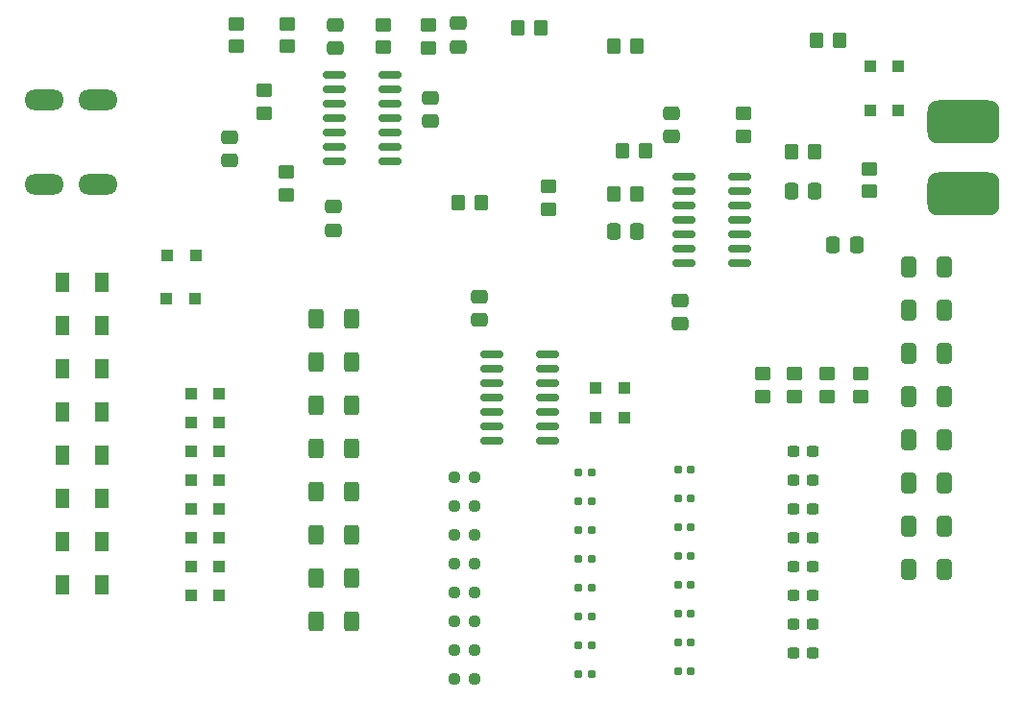
<source format=gbr>
%TF.GenerationSoftware,KiCad,Pcbnew,(6.0.5)*%
%TF.CreationDate,2022-08-10T18:54:24-07:00*%
%TF.ProjectId,AlpenglowSMTGarden,416c7065-6e67-46c6-9f77-534d54476172,rev?*%
%TF.SameCoordinates,Original*%
%TF.FileFunction,Paste,Bot*%
%TF.FilePolarity,Positive*%
%FSLAX46Y46*%
G04 Gerber Fmt 4.6, Leading zero omitted, Abs format (unit mm)*
G04 Created by KiCad (PCBNEW (6.0.5)) date 2022-08-10 18:54:24*
%MOMM*%
%LPD*%
G01*
G04 APERTURE LIST*
G04 Aperture macros list*
%AMRoundRect*
0 Rectangle with rounded corners*
0 $1 Rounding radius*
0 $2 $3 $4 $5 $6 $7 $8 $9 X,Y pos of 4 corners*
0 Add a 4 corners polygon primitive as box body*
4,1,4,$2,$3,$4,$5,$6,$7,$8,$9,$2,$3,0*
0 Add four circle primitives for the rounded corners*
1,1,$1+$1,$2,$3*
1,1,$1+$1,$4,$5*
1,1,$1+$1,$6,$7*
1,1,$1+$1,$8,$9*
0 Add four rect primitives between the rounded corners*
20,1,$1+$1,$2,$3,$4,$5,0*
20,1,$1+$1,$4,$5,$6,$7,0*
20,1,$1+$1,$6,$7,$8,$9,0*
20,1,$1+$1,$8,$9,$2,$3,0*%
G04 Aperture macros list end*
%ADD10O,3.500000X1.800000*%
%ADD11RoundRect,0.250000X-0.450000X0.350000X-0.450000X-0.350000X0.450000X-0.350000X0.450000X0.350000X0*%
%ADD12RoundRect,0.237500X0.300000X0.237500X-0.300000X0.237500X-0.300000X-0.237500X0.300000X-0.237500X0*%
%ADD13R,1.000000X1.000000*%
%ADD14RoundRect,0.155000X0.212500X0.155000X-0.212500X0.155000X-0.212500X-0.155000X0.212500X-0.155000X0*%
%ADD15RoundRect,0.250000X-0.475000X0.337500X-0.475000X-0.337500X0.475000X-0.337500X0.475000X0.337500X0*%
%ADD16RoundRect,0.250000X0.450000X-0.350000X0.450000X0.350000X-0.450000X0.350000X-0.450000X-0.350000X0*%
%ADD17RoundRect,0.237500X0.250000X0.237500X-0.250000X0.237500X-0.250000X-0.237500X0.250000X-0.237500X0*%
%ADD18RoundRect,0.250000X0.412500X0.650000X-0.412500X0.650000X-0.412500X-0.650000X0.412500X-0.650000X0*%
%ADD19RoundRect,0.250000X0.400000X0.625000X-0.400000X0.625000X-0.400000X-0.625000X0.400000X-0.625000X0*%
%ADD20RoundRect,0.150000X0.825000X0.150000X-0.825000X0.150000X-0.825000X-0.150000X0.825000X-0.150000X0*%
%ADD21RoundRect,0.160000X0.197500X0.160000X-0.197500X0.160000X-0.197500X-0.160000X0.197500X-0.160000X0*%
%ADD22RoundRect,0.250000X-0.337500X-0.475000X0.337500X-0.475000X0.337500X0.475000X-0.337500X0.475000X0*%
%ADD23R,1.300000X1.700000*%
%ADD24RoundRect,0.952500X2.222500X0.952500X-2.222500X0.952500X-2.222500X-0.952500X2.222500X-0.952500X0*%
%ADD25RoundRect,0.250000X0.475000X-0.337500X0.475000X0.337500X-0.475000X0.337500X-0.475000X-0.337500X0*%
%ADD26RoundRect,0.250000X-0.350000X-0.450000X0.350000X-0.450000X0.350000X0.450000X-0.350000X0.450000X0*%
%ADD27RoundRect,0.250000X0.337500X0.475000X-0.337500X0.475000X-0.337500X-0.475000X0.337500X-0.475000X0*%
%ADD28RoundRect,0.250000X0.350000X0.450000X-0.350000X0.450000X-0.350000X-0.450000X0.350000X-0.450000X0*%
G04 APERTURE END LIST*
D10*
%TO.C,J1*%
X118302999Y-56546998D03*
X123052999Y-63946996D03*
X118302999Y-63946996D03*
X123052999Y-56546998D03*
%TD*%
D11*
%TO.C,R21*%
X179929646Y-57734780D03*
X179929646Y-59734780D03*
%TD*%
D12*
%TO.C,C22*%
X186055000Y-92583000D03*
X184330000Y-92583000D03*
%TD*%
D13*
%TO.C,D24*%
X193603000Y-53547000D03*
X191103000Y-53547000D03*
%TD*%
D14*
%TO.C,C28*%
X175319500Y-89154000D03*
X174184500Y-89154000D03*
%TD*%
D15*
%TO.C,C10*%
X143814800Y-65942300D03*
X143814800Y-68017300D03*
%TD*%
D13*
%TO.C,D23*%
X129052000Y-74041000D03*
X131552000Y-74041000D03*
%TD*%
%TO.C,D31*%
X131211000Y-92583000D03*
X133711000Y-92583000D03*
%TD*%
D16*
%TO.C,R2*%
X162788600Y-66151000D03*
X162788600Y-64151000D03*
%TD*%
D15*
%TO.C,C11*%
X134620000Y-59795500D03*
X134620000Y-61870500D03*
%TD*%
D17*
%TO.C,R40*%
X156233500Y-97409000D03*
X154408500Y-97409000D03*
%TD*%
D18*
%TO.C,C15*%
X197650500Y-82677000D03*
X194525500Y-82677000D03*
%TD*%
%TO.C,C14*%
X197650500Y-78867000D03*
X194525500Y-78867000D03*
%TD*%
D19*
%TO.C,R33*%
X145353000Y-91037000D03*
X142253000Y-91037000D03*
%TD*%
D17*
%TO.C,R42*%
X156233500Y-102489000D03*
X154408500Y-102489000D03*
%TD*%
D13*
%TO.C,D32*%
X131211000Y-95123000D03*
X133711000Y-95123000D03*
%TD*%
D19*
%TO.C,R32*%
X145353000Y-87227000D03*
X142253000Y-87227000D03*
%TD*%
D20*
%TO.C,U1*%
X179610646Y-63306780D03*
X179610646Y-64576780D03*
X179610646Y-65846780D03*
X179610646Y-67116780D03*
X179610646Y-68386780D03*
X179610646Y-69656780D03*
X179610646Y-70926780D03*
X174660646Y-70926780D03*
X174660646Y-69656780D03*
X174660646Y-68386780D03*
X174660646Y-67116780D03*
X174660646Y-65846780D03*
X174660646Y-64576780D03*
X174660646Y-63306780D03*
%TD*%
D11*
%TO.C,R28*%
X137668000Y-55692800D03*
X137668000Y-57692800D03*
%TD*%
D13*
%TO.C,D22*%
X166898000Y-84582000D03*
X169398000Y-84582000D03*
%TD*%
%TO.C,D27*%
X131211000Y-82423000D03*
X133711000Y-82423000D03*
%TD*%
%TO.C,D33*%
X131211000Y-97663000D03*
X133711000Y-97663000D03*
%TD*%
D21*
%TO.C,R48*%
X166586500Y-97028000D03*
X165391500Y-97028000D03*
%TD*%
%TO.C,R46*%
X166586500Y-91948000D03*
X165391500Y-91948000D03*
%TD*%
D22*
%TO.C,C2*%
X187811500Y-69342000D03*
X189886500Y-69342000D03*
%TD*%
D23*
%TO.C,D36*%
X119916000Y-76454000D03*
X123416000Y-76454000D03*
%TD*%
D18*
%TO.C,C12*%
X197650500Y-71247000D03*
X194525500Y-71247000D03*
%TD*%
D24*
%TO.C,J2*%
X199353000Y-58472000D03*
X199353000Y-64822000D03*
%TD*%
D12*
%TO.C,C24*%
X186055000Y-97663000D03*
X184330000Y-97663000D03*
%TD*%
D16*
%TO.C,R5*%
X190246000Y-82661000D03*
X190246000Y-80661000D03*
%TD*%
D23*
%TO.C,D37*%
X119916000Y-80264000D03*
X123416000Y-80264000D03*
%TD*%
D22*
%TO.C,C3*%
X184153900Y-64566800D03*
X186228900Y-64566800D03*
%TD*%
D21*
%TO.C,R49*%
X166586500Y-99568000D03*
X165391500Y-99568000D03*
%TD*%
D19*
%TO.C,R30*%
X145353000Y-79607000D03*
X142253000Y-79607000D03*
%TD*%
D25*
%TO.C,C7*%
X143941800Y-51964500D03*
X143941800Y-49889500D03*
%TD*%
D17*
%TO.C,R44*%
X156233500Y-107569000D03*
X154408500Y-107569000D03*
%TD*%
D12*
%TO.C,C25*%
X186055000Y-100203000D03*
X184330000Y-100203000D03*
%TD*%
D23*
%TO.C,D38*%
X119916000Y-84074000D03*
X123416000Y-84074000D03*
%TD*%
D12*
%TO.C,C26*%
X186055000Y-102743000D03*
X184330000Y-102743000D03*
%TD*%
D13*
%TO.C,D30*%
X131211000Y-90043000D03*
X133711000Y-90043000D03*
%TD*%
%TO.C,D21*%
X166898000Y-81915000D03*
X169398000Y-81915000D03*
%TD*%
D19*
%TO.C,R35*%
X145353000Y-98657000D03*
X142253000Y-98657000D03*
%TD*%
D14*
%TO.C,C31*%
X175319500Y-96774000D03*
X174184500Y-96774000D03*
%TD*%
D26*
%TO.C,R17*%
X160036000Y-50165000D03*
X162036000Y-50165000D03*
%TD*%
D14*
%TO.C,C34*%
X175319500Y-104394000D03*
X174184500Y-104394000D03*
%TD*%
%TO.C,C35*%
X175319500Y-106934000D03*
X174184500Y-106934000D03*
%TD*%
D27*
%TO.C,C5*%
X170553146Y-68132780D03*
X168478146Y-68132780D03*
%TD*%
D23*
%TO.C,D39*%
X119916000Y-87884000D03*
X123416000Y-87884000D03*
%TD*%
D28*
%TO.C,R23*%
X171277646Y-61020780D03*
X169277646Y-61020780D03*
%TD*%
D16*
%TO.C,R7*%
X184404000Y-82661000D03*
X184404000Y-80661000D03*
%TD*%
D13*
%TO.C,D26*%
X193603000Y-57447000D03*
X191103000Y-57447000D03*
%TD*%
D12*
%TO.C,C27*%
X186055000Y-105283000D03*
X184330000Y-105283000D03*
%TD*%
D16*
%TO.C,R4*%
X191058800Y-64576200D03*
X191058800Y-62576200D03*
%TD*%
D12*
%TO.C,C20*%
X186055000Y-87503000D03*
X184330000Y-87503000D03*
%TD*%
D18*
%TO.C,C19*%
X197650500Y-97917000D03*
X194525500Y-97917000D03*
%TD*%
D11*
%TO.C,R26*%
X152146000Y-49927000D03*
X152146000Y-51927000D03*
%TD*%
D18*
%TO.C,C17*%
X197650500Y-90297000D03*
X194525500Y-90297000D03*
%TD*%
D17*
%TO.C,R39*%
X156233500Y-94869000D03*
X154408500Y-94869000D03*
%TD*%
D12*
%TO.C,C23*%
X186054992Y-95123000D03*
X184329992Y-95123000D03*
%TD*%
D26*
%TO.C,R24*%
X168515646Y-64830780D03*
X170515646Y-64830780D03*
%TD*%
D13*
%TO.C,D34*%
X131211000Y-100203000D03*
X133711000Y-100203000D03*
%TD*%
D21*
%TO.C,R45*%
X166586500Y-89408000D03*
X165391500Y-89408000D03*
%TD*%
D17*
%TO.C,R43*%
X156233500Y-105029000D03*
X154408500Y-105029000D03*
%TD*%
D25*
%TO.C,C1*%
X173579646Y-59772280D03*
X173579646Y-57697280D03*
%TD*%
D23*
%TO.C,D42*%
X119916000Y-99314000D03*
X123416000Y-99314000D03*
%TD*%
D16*
%TO.C,R6*%
X187325000Y-82661000D03*
X187325000Y-80661000D03*
%TD*%
D13*
%TO.C,D28*%
X131211000Y-84963000D03*
X133711000Y-84963000D03*
%TD*%
D25*
%TO.C,C6*%
X156641800Y-75919791D03*
X156641800Y-73844791D03*
%TD*%
D14*
%TO.C,C33*%
X175319500Y-101854000D03*
X174184500Y-101854000D03*
%TD*%
D23*
%TO.C,D41*%
X119916000Y-95504000D03*
X123416000Y-95504000D03*
%TD*%
D25*
%TO.C,C8*%
X154813000Y-51837500D03*
X154813000Y-49762500D03*
%TD*%
D11*
%TO.C,R25*%
X148158200Y-49876200D03*
X148158200Y-51876200D03*
%TD*%
D20*
%TO.C,U3*%
X148804400Y-54330600D03*
X148804400Y-55600600D03*
X148804400Y-56870600D03*
X148804400Y-58140600D03*
X148804400Y-59410600D03*
X148804400Y-60680600D03*
X148804400Y-61950600D03*
X143854400Y-61950600D03*
X143854400Y-60680600D03*
X143854400Y-59410600D03*
X143854400Y-58140600D03*
X143854400Y-56870600D03*
X143854400Y-55600600D03*
X143854400Y-54330600D03*
%TD*%
D18*
%TO.C,C13*%
X197650500Y-75057000D03*
X194525500Y-75057000D03*
%TD*%
D13*
%TO.C,D25*%
X129153000Y-70247000D03*
X131653000Y-70247000D03*
%TD*%
D14*
%TO.C,C30*%
X175319500Y-94234000D03*
X174184500Y-94234000D03*
%TD*%
D13*
%TO.C,D29*%
X131211000Y-87503000D03*
X133711000Y-87503000D03*
%TD*%
D23*
%TO.C,D35*%
X119916000Y-72644000D03*
X123416000Y-72644000D03*
%TD*%
D18*
%TO.C,C16*%
X197650500Y-86487000D03*
X194525500Y-86487000D03*
%TD*%
D19*
%TO.C,R36*%
X145353000Y-102467000D03*
X142253000Y-102467000D03*
%TD*%
D28*
%TO.C,R20*%
X156829000Y-65548000D03*
X154829000Y-65548000D03*
%TD*%
D19*
%TO.C,R31*%
X145353000Y-83417000D03*
X142253000Y-83417000D03*
%TD*%
D17*
%TO.C,R41*%
X156233500Y-99949000D03*
X154408500Y-99949000D03*
%TD*%
D19*
%TO.C,R34*%
X145353000Y-94847000D03*
X142253000Y-94847000D03*
%TD*%
D26*
%TO.C,R1*%
X168545000Y-51739800D03*
X170545000Y-51739800D03*
%TD*%
D12*
%TO.C,C21*%
X186055000Y-90043000D03*
X184330000Y-90043000D03*
%TD*%
D21*
%TO.C,R51*%
X166586500Y-104648000D03*
X165391500Y-104648000D03*
%TD*%
D16*
%TO.C,R8*%
X181610000Y-82661000D03*
X181610000Y-80661000D03*
%TD*%
%TO.C,R19*%
X139649200Y-64881000D03*
X139649200Y-62881000D03*
%TD*%
%TO.C,R27*%
X139700000Y-51800000D03*
X139700000Y-49800000D03*
%TD*%
D19*
%TO.C,R29*%
X145353000Y-75797000D03*
X142253000Y-75797000D03*
%TD*%
D11*
%TO.C,R18*%
X135255000Y-49800000D03*
X135255000Y-51800000D03*
%TD*%
D21*
%TO.C,R50*%
X166586500Y-102108000D03*
X165391500Y-102108000D03*
%TD*%
%TO.C,R47*%
X166586500Y-94488000D03*
X165391500Y-94488000D03*
%TD*%
%TO.C,R52*%
X166586500Y-107188000D03*
X165391500Y-107188000D03*
%TD*%
D17*
%TO.C,R37*%
X156233500Y-89789000D03*
X154408500Y-89789000D03*
%TD*%
D26*
%TO.C,R22*%
X184166000Y-61087000D03*
X186166000Y-61087000D03*
%TD*%
D23*
%TO.C,D40*%
X119916000Y-91694000D03*
X123416000Y-91694000D03*
%TD*%
D18*
%TO.C,C18*%
X197650500Y-94107000D03*
X194525500Y-94107000D03*
%TD*%
D15*
%TO.C,C4*%
X174341646Y-74207280D03*
X174341646Y-76282280D03*
%TD*%
D17*
%TO.C,R38*%
X156233500Y-92329000D03*
X154408500Y-92329000D03*
%TD*%
D15*
%TO.C,C9*%
X152349200Y-56341100D03*
X152349200Y-58416100D03*
%TD*%
D14*
%TO.C,C29*%
X175319500Y-91694000D03*
X174184500Y-91694000D03*
%TD*%
%TO.C,C32*%
X175319500Y-99314000D03*
X174184500Y-99314000D03*
%TD*%
D20*
%TO.C,U2*%
X162672800Y-78946291D03*
X162672800Y-80216291D03*
X162672800Y-81486291D03*
X162672800Y-82756291D03*
X162672800Y-84026291D03*
X162672800Y-85296291D03*
X162672800Y-86566291D03*
X157722800Y-86566291D03*
X157722800Y-85296291D03*
X157722800Y-84026291D03*
X157722800Y-82756291D03*
X157722800Y-81486291D03*
X157722800Y-80216291D03*
X157722800Y-78946291D03*
%TD*%
D28*
%TO.C,R3*%
X188375800Y-51231800D03*
X186375800Y-51231800D03*
%TD*%
M02*

</source>
